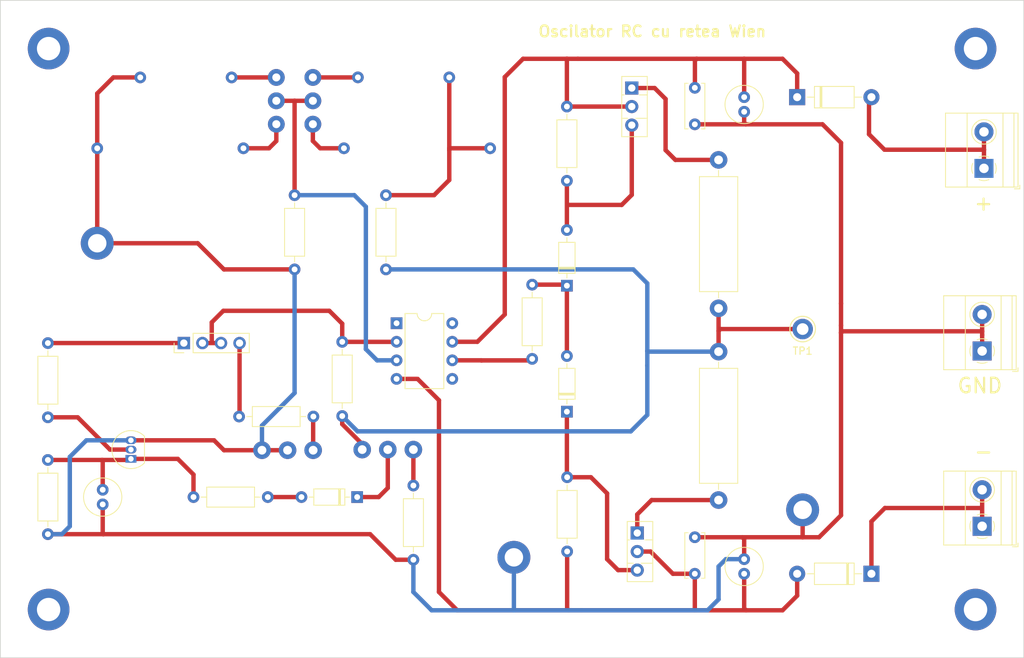
<source format=kicad_pcb>
(kicad_pcb (version 20221018) (generator pcbnew)
  (layers (0 "F.Cu" signal) (31 "B.Cu" signal) (34 "B.Paste" user) (35 "F.Paste" user) (36 "B.SilkS" user "B.Silkscreen") (37 "F.SilkS" user "F.Silkscreen") (38 "B.Mask" user) (39 "F.Mask" user) (44 "Edge.Cuts" user))
  (net 0 "")
  (net 1 "Net-(Q3-G)")
  (net 2 "GND")
  (net 3 "Net-(D3-K)")
  (net 4 "Net-(D2-A)")
  (net 5 "Net-(Cr1-Pad1)")
  (net 6 "Net-(SW1A-C)")
  (net 7 "-12VA")
  (net 8 "+12VA")
  (net 9 "Net-(SW1A-A)")
  (net 10 "Net-(SW1B-C)")
  (net 11 "Net-(SW1B-A)")
  (net 12 "Net-(D1-K)")
  (net 13 "Net-(D1-A)")
  (net 14 "Net-(D4-K)")
  (net 15 "Net-(P1-Pad3)")
  (net 16 "Net-(P2-Pad1)")
  (net 17 "OUT")
  (net 18 "Net-(D4-A)")
  (net 19 "Net-(D5-K)")
  (net 20 "Net-(J1-Pin_1)")
  (net 21 "Net-(R5-Pad1)")
  (net 22 "Net-(J1-Pin_2)")
  (net 23 "Net-(J1-Pin_4)")
  (net 24 "Net-(Q1-E)")
  (net 25 "Net-(Q2-E)")
  (net 26 "Net-(Q3-S)")
  (net 27 "Net-(SW1A-B)")
  (footprint "Resistor_THT:R_Axial_DIN0207_L6.3mm_D2.5mm_P10.16mm_Horizontal" (layer "F.Cu") (at 61.5 122.58 90)
    (fp_text reference "R10" hide)
    (fp_text value "910k" hide)
    (pad "1" thru_hole circle (at 0 0 90) (size 1.6 1.6) (drill 0.8) (layers "*.Cu" "*.Mask") (net 2 "GND"))
    (pad "2" thru_hole oval (at 10.16 0 90) (size 1.6 1.6) (drill 0.8) (layers "*.Cu" "*.Mask") (net 1 "Net-(Q3-G)"))
  )
  (footprint "Capacitor_THT:C_Axial_L12.0mm_D8.5mm_P20.00mm_Horizontal" (layer "F.Cu") (at 122 69.75 180)
    (fp_text reference "Cr1" hide)
    (fp_text value "10nF" hide)
    (pad "1" thru_hole circle (at 0 0 180) (size 1.6 1.6) (drill 0.8) (layers "*.Cu" "*.Mask") (net 5 "Net-(Cr1-Pad1)"))
    (pad "2" thru_hole oval (at 20 0 180) (size 1.6 1.6) (drill 0.8) (layers "*.Cu" "*.Mask") (net 6 "Net-(SW1A-C)"))
  )
  (footprint "User_Footprint:OS202013MT8QN1" (layer "F.Cu") (at 95.25 63.25 -90)
    (fp_text reference "SW1" hide)
    (fp_text value "SW_DPDT_x2" hide)
    (pad "1" thru_hole circle (at -3.2 -2.5 270) (size 2.3 2.3) (drill 1.1) (layers "*.Cu" "*.Mask") (net 9 "Net-(SW1A-A)"))
    (pad "2" thru_hole circle (at 0 -2.5 270) (size 2.3 2.3) (drill 1.1) (layers "*.Cu" "*.Mask") (net 27 "Net-(SW1A-B)"))
    (pad "3" thru_hole circle (at 3.2 -2.5 270) (size 2.3 2.3) (drill 1.1) (layers "*.Cu" "*.Mask") (net 6 "Net-(SW1A-C)"))
    (pad "4" thru_hole circle (at -3.2 2.5 270) (size 2.3 2.3) (drill 1.1) (layers "*.Cu" "*.Mask") (net 11 "Net-(SW1B-A)"))
    (pad "5" thru_hole circle (at 0 2.5 270) (size 2.3 2.3) (drill 1.1) (layers "*.Cu" "*.Mask") (net 27 "Net-(SW1A-B)"))
    (pad "6" thru_hole circle (at 3.2 2.5 270) (size 2.3 2.3) (drill 1.1) (layers "*.Cu" "*.Mask") (net 10 "Net-(SW1B-C)"))
  )
  (footprint "TerminalBlock_Phoenix:TerminalBlock_Phoenix_MKDS-1,5-2_1x02_P5.00mm_Horizontal" (layer "F.Cu") (at 189.305 97.5 90)
    (fp_text reference "J3" hide)
    (fp_text value "Screw_Terminal_01x02" hide)
    (pad "1" thru_hole rect (at 0 0 90) (size 2.6 2.6) (drill 1.3) (layers "*.Cu" "*.Mask") (net 2 "GND"))
    (pad "2" thru_hole circle (at 5 0 90) (size 2.6 2.6) (drill 1.3) (layers "*.Cu" "*.Mask") (net 2 "GND"))
  )
  (footprint "User_Footprint:TestPoint" (layer "F.Cu") (at 68.25 82.75)
    (fp_text reference "TP4" hide)
    (fp_text value "TestPoint" hide)
    (pad "1" thru_hole circle (at 0 0) (size 4.5 4.5) (drill 2.52) (layers "*.Cu" "*.Mask") (net 2 "GND"))
  )
  (footprint "Capacitor_THT:C_Axial_L5.1mm_D3.1mm_P12.50mm_Horizontal" (layer "F.Cu") (at 116.409282 60.042114 180)
    (fp_text reference "Cr2" hide)
    (fp_text value "1.2nF" hide)
    (pad "1" thru_hole circle (at 0 0 180) (size 1.6 1.6) (drill 0.8) (layers "*.Cu" "*.Mask") (net 5 "Net-(Cr1-Pad1)"))
    (pad "2" thru_hole oval (at 12.5 0 180) (size 1.6 1.6) (drill 0.8) (layers "*.Cu" "*.Mask") (net 9 "Net-(SW1A-A)"))
  )
  (footprint "Capacitor_THT:C_Radial_D5.0mm_H11.0mm_P2.00mm" (layer "F.Cu") (at 69 116.5 -90)
    (fp_text reference "C1" hide)
    (fp_text value "1uF" hide)
    (pad "1" thru_hole circle (at 0 0 270) (size 1.6 1.6) (drill 0.8) (layers "*.Cu" "*.Mask") (net 1 "Net-(Q3-G)"))
    (pad "2" thru_hole circle (at 2 0 270) (size 1.6 1.6) (drill 0.8) (layers "*.Cu" "*.Mask") (net 2 "GND"))
  )
  (footprint "Capacitor_THT:C_Radial_D5.0mm_H11.0mm_P2.00mm" (layer "F.Cu") (at 156.75 126 -90)
    (fp_text reference "C4" hide)
    (fp_text value "22uF" hide)
    (pad "1" thru_hole circle (at 0 0 270) (size 1.6 1.6) (drill 0.8) (layers "*.Cu" "*.Mask") (net 2 "GND"))
    (pad "2" thru_hole circle (at 2 0 270) (size 1.6 1.6) (drill 0.8) (layers "*.Cu" "*.Mask") (net 4 "Net-(D2-A)"))
  )
  (footprint "Resistor_THT:R_Axial_DIN0516_L15.5mm_D5.0mm_P20.32mm_Horizontal" (layer "F.Cu") (at 153.25 91.66 90)
    (fp_text reference "R8" hide)
    (fp_text value "22" hide)
    (pad "1" thru_hole circle (at 0 0 90) (size 2.4 2.4) (drill 1.2) (layers "*.Cu" "*.Mask") (net 17 "OUT"))
    (pad "2" thru_hole oval (at 20.32 0 90) (size 2.4 2.4) (drill 1.2) (layers "*.Cu" "*.Mask") (net 24 "Net-(Q1-E)"))
  )
  (footprint "MountingHole:MountingHole_3.2mm_M3_ISO7380_Pad_TopBottom" (layer "F.Cu") (at 188.4 56.1)
    (fp_text reference "H2" hide)
    (fp_text value "MountingHole" hide)
    (pad "1" thru_hole circle (at 0 0) (size 3.6 3.6) (drill 3.2) (layers "*.Cu" "*.Mask"))
    (pad "1" connect circle (at 0 0) (size 5.7 5.7) (layers "F.Cu" "F.Mask"))
    (pad "1" connect circle (at 0 0) (size 5.7 5.7) (layers "B.Cu" "B.Mask"))
  )
  (footprint "Diode_THT:D_DO-41_SOD81_P10.16mm_Horizontal" (layer "F.Cu") (at 164 62.75)
    (fp_text reference "D3" hide)
    (fp_text value "1N4001" hide)
    (pad "1" thru_hole rect (at 0 0) (size 2.2 2.2) (drill 1.1) (layers "*.Cu" "*.Mask") (net 3 "Net-(D3-K)"))
    (pad "2" thru_hole oval (at 10.16 0) (size 2.2 2.2) (drill 1.1) (layers "*.Cu" "*.Mask") (net 8 "+12VA"))
  )
  (footprint "Resistor_THT:R_Axial_DIN0516_L15.5mm_D5.0mm_P20.32mm_Horizontal" (layer "F.Cu") (at 153.25 117.91 90)
    (fp_text reference "R9" hide)
    (fp_text value "22" hide)
    (pad "1" thru_hole circle (at 0 0 90) (size 2.4 2.4) (drill 1.2) (layers "*.Cu" "*.Mask") (net 25 "Net-(Q2-E)"))
    (pad "2" thru_hole oval (at 20.32 0 90) (size 2.4 2.4) (drill 1.2) (layers "*.Cu" "*.Mask") (net 17 "OUT"))
  )
  (footprint "Package_TO_SOT_THT:TO-126-3_Vertical" (layer "F.Cu") (at 142.125 122.42 -90)
    (fp_text reference "Q2" hide)
    (fp_text value "BD136" hide)
    (pad "1" thru_hole rect (at 0 0 270) (size 1.8 1.8) (drill 1) (layers "*.Cu" "*.Mask") (net 25 "Net-(Q2-E)"))
    (pad "2" thru_hole oval (at 2.54 0 270) (size 1.8 1.8) (drill 1) (layers "*.Cu" "*.Mask") (net 4 "Net-(D2-A)"))
    (pad "3" thru_hole oval (at 5.08 0 270) (size 1.8 1.8) (drill 1) (layers "*.Cu" "*.Mask") (net 19 "Net-(D5-K)"))
  )
  (footprint "Resistor_THT:R_Axial_DIN0207_L6.3mm_D2.5mm_P10.16mm_Horizontal" (layer "F.Cu") (at 132.499604 74.200184 90)
    (fp_text reference "R7" hide)
    (fp_text value "15k" hide)
    (pad "1" thru_hole circle (at 0 0 90) (size 1.6 1.6) (drill 0.8) (layers "*.Cu" "*.Mask") (net 18 "Net-(D4-A)"))
    (pad "2" thru_hole oval (at 10.16 0 90) (size 1.6 1.6) (drill 0.8) (layers "*.Cu" "*.Mask") (net 3 "Net-(D3-K)"))
  )
  (footprint "Resistor_THT:R_Axial_DIN0207_L6.3mm_D2.5mm_P10.16mm_Horizontal" (layer "F.Cu") (at 87.657722 106.47474)
    (fp_text reference "R3" hide)
    (fp_text value "390" hide)
    (pad "1" thru_hole circle (at 0 0) (size 1.6 1.6) (drill 0.8) (layers "*.Cu" "*.Mask") (net 23 "Net-(J1-Pin_4)"))
    (pad "2" thru_hole oval (at 10.16 0) (size 1.6 1.6) (drill 0.8) (layers "*.Cu" "*.Mask") (net 15 "Net-(P1-Pad3)"))
  )
  (footprint "Diode_THT:D_DO-35_SOD27_P7.62mm_Horizontal" (layer "F.Cu") (at 132.5 105.81 90)
    (fp_text reference "D5" hide)
    (fp_text value "1N4148" hide)
    (pad "1" thru_hole rect (at 0 0 90) (size 1.6 1.6) (drill 0.8) (layers "*.Cu" "*.Mask") (net 19 "Net-(D5-K)"))
    (pad "2" thru_hole oval (at 7.62 0 90) (size 1.6 1.6) (drill 0.8) (layers "*.Cu" "*.Mask") (net 14 "Net-(D4-K)"))
  )
  (footprint "Capacitor_THT:C_Axial_L12.0mm_D8.5mm_P20.00mm_Horizontal" (layer "F.Cu") (at 88.25 69.75 180)
    (fp_text reference "Cr3" hide)
    (fp_text value "10nF" hide)
    (pad "1" thru_hole circle (at 0 0 180) (size 1.6 1.6) (drill 0.8) (layers "*.Cu" "*.Mask") (net 10 "Net-(SW1B-C)"))
    (pad "2" thru_hole oval (at 20 0 180) (size 1.6 1.6) (drill 0.8) (layers "*.Cu" "*.Mask") (net 2 "GND"))
  )
  (footprint "Capacitor_THT:C_Disc_D6.0mm_W2.5mm_P5.00mm" (layer "F.Cu") (at 150 61.470609 -90)
    (fp_text reference "C2" hide)
    (fp_text value "100nF" hide)
    (pad "1" thru_hole circle (at 0 0 270) (size 1.6 1.6) (drill 0.8) (layers "*.Cu" "*.Mask") (net 3 "Net-(D3-K)"))
    (pad "2" thru_hole circle (at 5 0 270) (size 1.6 1.6) (drill 0.8) (layers "*.Cu" "*.Mask") (net 2 "GND"))
  )
  (footprint "Resistor_THT:R_Axial_DIN0207_L6.3mm_D2.5mm_P10.16mm_Horizontal" (layer "F.Cu") (at 95.25 86.33 90)
    (fp_text reference "Rr3" hide)
    (fp_text value "5k" hide)
    (pad "1" thru_hole circle (at 0 0 90) (size 1.6 1.6) (drill 0.8) (layers "*.Cu" "*.Mask") (net 2 "GND"))
    (pad "2" thru_hole oval (at 10.16 0 90) (size 1.6 1.6) (drill 0.8) (layers "*.Cu" "*.Mask") (net 27 "Net-(SW1A-B)"))
  )
  (footprint "User_Footprint:Custom Potentiometer footprint" (layer "F.Cu") (at 108 111 180)
    (fp_text reference "P2" hide)
    (fp_text value "5k" hide)
    (pad "1" thru_hole circle (at -3.5 0 180) (size 2.4 2.4) (drill 1.2) (layers "*.Cu" "*.Mask") (net 16 "Net-(P2-Pad1)"))
    (pad "2" thru_hole circle (at 0 0 180) (size 2.4 2.4) (drill 1.2) (layers "*.Cu" "*.Mask") (net 12 "Net-(D1-K)"))
    (pad "3" thru_hole circle (at 3.5 0 180) (size 2.4 2.4) (drill 1.2) (layers "*.Cu" "*.Mask") (net 17 "OUT"))
  )
  (footprint "User_Footprint:Custom Potentiometer footprint" (layer "F.Cu") (at 94.288344 111.08572)
    (fp_text reference "P1" hide)
    (fp_text value "5k" hide)
    (pad "1" thru_hole circle (at -3.5 0) (size 2.4 2.4) (drill 1.2) (layers "*.Cu" "*.Mask") (net 2 "GND"))
    (pad "2" thru_hole circle (at 0 0) (size 2.4 2.4) (drill 1.2) (layers "*.Cu" "*.Mask") (net 2 "GND"))
    (pad "3" thru_hole circle (at 3.5 0) (size 2.4 2.4) (drill 1.2) (layers "*.Cu" "*.Mask") (net 15 "Net-(P1-Pad3)"))
  )
  (footprint "Capacitor_THT:C_Disc_D6.0mm_W2.5mm_P5.00mm" (layer "F.Cu") (at 150 128 90)
    (fp_text reference "C5" hide)
    (fp_text value "100nF" hide)
    (pad "1" thru_hole circle (at 0 0 90) (size 1.6 1.6) (drill 0.8) (layers "*.Cu" "*.Mask") (net 4 "Net-(D2-A)"))
    (pad "2" thru_hole circle (at 5 0 90) (size 1.6 1.6) (drill 0.8) (layers "*.Cu" "*.Mask") (net 2 "GND"))
  )
  (footprint "Diode_THT:D_DO-35_SOD27_P7.62mm_Horizontal" (layer "F.Cu") (at 132.5 88.56 90)
    (fp_text reference "D4" hide)
    (fp_text value "1N4148" hide)
    (pad "1" thru_hole rect (at 0 0 90) (size 1.6 1.6) (drill 0.8) (layers "*.Cu" "*.Mask") (net 14 "Net-(D4-K)"))
    (pad "2" thru_hole oval (at 7.62 0 90) (size 1.6 1.6) (drill 0.8) (layers "*.Cu" "*.Mask") (net 18 "Net-(D4-A)"))
  )
  (footprint "MountingHole:MountingHole_3.2mm_M3_ISO7380_Pad_TopBottom" (layer "F.Cu") (at 188.4 132.9)
    (fp_text reference "H4" hide)
    (fp_text value "MountingHole" hide)
    (pad "1" thru_hole circle (at 0 0) (size 3.6 3.6) (drill 3.2) (layers "*.Cu" "*.Mask"))
    (pad "1" connect circle (at 0 0) (size 5.7 5.7) (layers "F.Cu" "F.Mask"))
    (pad "1" connect circle (at 0 0) (size 5.7 5.7) (layers "B.Cu" "B.Mask"))
  )
  (footprint "Resistor_THT:R_Axial_DIN0207_L6.3mm_D2.5mm_P10.16mm_Horizontal" (layer "F.Cu") (at 101.765084 96.247824 -90)
    (fp_text reference "Rr1" hide)
    (fp_text value "5k" hide)
    (pad "1" thru_hole circle (at 0 0 270) (size 1.6 1.6) (drill 0.8) (layers "*.Cu" "*.Mask") (net 22 "Net-(J1-Pin_2)"))
    (pad "2" thru_hole oval (at 10.16 0 270) (size 1.6 1.6) (drill 0.8) (layers "*.Cu" "*.Mask") (net 17 "OUT"))
  )
  (footprint "MountingHole:MountingHole_3.2mm_M3_ISO7380_Pad_TopBottom" (layer "F.Cu") (at 61.6 132.9)
    (fp_text reference "H1" hide)
    (fp_text value "MountingHole" hide)
    (pad "1" thru_hole circle (at 0 0) (size 3.6 3.6) (drill 3.2) (layers "*.Cu" "*.Mask"))
    (pad "1" connect circle (at 0 0) (size 5.7 5.7) (layers "F.Cu" "F.Mask"))
    (pad "1" connect circle (at 0 0) (size 5.7 5.7) (layers "B.Cu" "B.Mask"))
  )
  (footprint "MountingHole:MountingHole_3.2mm_M3" (layer "F.Cu") (at 72.72 128.25)
    (fp_text reference "H5" hide)
    (fp_text value "MountingHole" hide)
    (pad "" np_thru_hole circle (at 0 0) (size 3.2 3.2) (drill 3.2) (layers "*.Cu" "*.Mask"))
  )
  (footprint "MountingHole:MountingHole_3.2mm_M3" (layer "F.Cu") (at 102.72 128.25)
    (fp_text reference "H6" hide)
    (fp_text value "MountingHole" hide)
    (pad "" np_thru_hole circle (at 0 0) (size 3.2 3.2) (drill 3.2) (layers "*.Cu" "*.Mask"))
  )
  (footprint "Package_TO_SOT_THT:TO-92_Inline" (layer "F.Cu") (at 72.86 112.27 90)
    (fp_text reference "Q3" hide)
    (fp_text value "BF245C" hide)
    (pad "1" thru_hole rect (at 0 0 90) (size 1.05 1.5) (drill 0.75) (layers "*.Cu" "*.Mask") (net 1 "Net-(Q3-G)"))
    (pad "2" thru_hole oval (at 1.27 0 90) (size 1.05 1.5) (drill 0.75) (layers "*.Cu" "*.Mask") (net 26 "Net-(Q3-S)"))
    (pad "3" thru_hole oval (at 2.54 0 90) (size 1.05 1.5) (drill 0.75) (layers "*.Cu" "*.Mask") (net 2 "GND"))
  )
  (footprint "TerminalBlock_Phoenix:TerminalBlock_Phoenix_MKDS-1,5-2_1x02_P5.00mm_Horizontal" (layer "F.Cu") (at 189.305 121.5 90)
    (fp_text reference "J4" hide)
    (fp_text value "Screw_Terminal_01x02" hide)
    (pad "1" thru_hole rect (at 0 0 90) (size 2.6 2.6) (drill 1.3) (layers "*.Cu" "*.Mask") (net 7 "-12VA"))
    (pad "2" thru_hole circle (at 5 0 90) (size 2.6 2.6) (drill 1.3) (layers "*.Cu" "*.Mask") (net 7 "-12VA"))
  )
  (footprint "User_Footprint:TestPoint" (layer "F.Cu") (at 125.25 125.75)
    (fp_text reference "TP3" hide)
    (fp_text value "TestPoint" hide)
    (pad "1" thru_hole circle (at 0 0) (size 4.5 4.5) (drill 2.52) (layers "*.Cu" "*.Mask") (net 2 "GND"))
  )
  (footprint "Resistor_THT:R_Axial_DIN0207_L6.3mm_D2.5mm_P10.16mm_Horizontal" (layer "F.Cu") (at 132.533442 124.94372 90)
    (fp_text reference "R6" hide)
    (fp_text value "15k" hide)
    (pad "1" thru_hole circle (at 0 0 90) (size 1.6 1.6) (drill 0.8) (layers "*.Cu" "*.Mask") (net 4 "Net-(D2-A)"))
    (pad "2" thru_hole oval (at 10.16 0 90) (size 1.6 1.6) (drill 0.8) (layers "*.Cu" "*.Mask") (net 19 "Net-(D5-K)"))
  )
  (footprint "Capacitor_THT:C_Axial_L5.1mm_D3.1mm_P12.50mm_Horizontal" (layer "F.Cu") (at 86.636084 60.050067 180)
    (fp_text reference "Cr4" hide)
    (fp_text value "1.2nF" hide)
    (pad "1" thru_hole circle (at 0 0 180) (size 1.6 1.6) (drill 0.8) (layers "*.Cu" "*.Mask") (net 11 "Net-(SW1B-A)"))
    (pad "2" thru_hole oval (at 12.5 0 180) (size 1.6 1.6) (drill 0.8) (layers "*.Cu" "*.Mask") (net 2 "GND"))
  )
  (footprint "Package_DIP:DIP-8_W7.62mm" (layer "F.Cu") (at 109.2 93.7)
    (fp_text reference "U1" hide)
    (fp_text value "LM741" hide)
    (pad "1" thru_hole rect (at 0 0) (size 1.6 1.6) (drill 0.8) (layers "*.Cu" "*.Mask"))
    (pad "2" thru_hole oval (at 0 2.54) (size 1.6 1.6) (drill 0.8) (layers "*.Cu" "*.Mask") (net 22 "Net-(J1-Pin_2)"))
    (pad "3" thru_hole oval (at 0 5.08) (size 1.6 1.6) (drill 0.8) (layers "*.Cu" "*.Mask") (net 27 "Net-(SW1A-B)"))
    (pad "4" thru_hole oval (at 0 7.62) (size 1.6 1.6) (drill 0.8) (layers "*.Cu" "*.Mask") (net 4 "Net-(D2-A)"))
    (pad "5" thru_hole oval (at 7.62 7.62) (size 1.6 1.6) (drill 0.8) (layers "*.Cu" "*.Mask"))
    (pad "6" thru_hole oval (at 7.62 5.08) (size 1.6 1.6) (drill 0.8) (layers "*.Cu" "*.Mask") (net 21 "Net-(R5-Pad1)"))
    (pad "7" thru_hole oval (at 7.62 2.54) (size 1.6 1.6) (drill 0.8) (layers "*.Cu" "*.Mask") (net 3 "Net-(D3-K)"))
    (pad "8" thru_hole oval (at 7.62 0) (size 1.6 1.6) (drill 0.8) (layers "*.Cu" "*.Mask"))
  )
  (footprint "Resistor_THT:R_Axial_DIN0207_L6.3mm_D2.5mm_P10.16mm_Horizontal" (layer "F.Cu") (at 127.75 98.58 90)
    (fp_text reference "R5" hide)
    (fp_text value "150" hide)
    (pad "1" thru_hole circle (at 0 0 90) (size 1.6 1.6) (drill 0.8) (layers "*.Cu" "*.Mask") (net 21 "Net-(R5-Pad1)"))
    (pad "2" thru_hole oval (at 10.16 0 90) (size 1.6 1.6) (drill 0.8) (layers "*.Cu" "*.Mask") (net 14 "Net-(D4-K)"))
  )
  (footprint "Connector_PinHeader_2.54mm:PinHeader_1x04_P2.54mm_Vertical" (layer "F.Cu") (at 80.100484 96.416898 90)
    (fp_text reference "J1" hide)
    (fp_text value "Conn_01x04_Male" hide)
    (pad "1" thru_hole rect (at 0 0 90) (size 1.7 1.7) (drill 1) (layers "*.Cu" "*.Mask") (net 20 "Net-(J1-Pin_1)"))
    (pad "2" thru_hole oval (at 0 2.54 90) (size 1.7 1.7) (drill 1) (layers "*.Cu" "*.Mask") (net 22 "Net-(J1-Pin_2)"))
    (pad "3" thru_hole oval (at 0 5.08 90) (size 1.7 1.7) (drill 1) (layers "*.Cu" "*.Mask") (net 22 "Net-(J1-Pin_2)"))
    (pad "4" thru_hole oval (at 0 7.62 90) (size 1.7 1.7) (drill 1) (layers "*.Cu" "*.Mask") (net 23 "Net-(J1-Pin_4)"))
  )
  (footprint "Resistor_THT:R_Axial_DIN0207_L6.3mm_D2.5mm_P10.16mm_Horizontal" (layer "F.Cu") (at 91.58 117.5 180)
    (fp_text reference "R2" hide)
    (fp_text value "1k5" hide)
    (pad "1" thru_hole circle (at 0 0 180) (size 1.6 1.6) (drill 0.8) (layers "*.Cu" "*.Mask") (net 13 "Net-(D1-A)"))
    (pad "2" thru_hole oval (at 10.16 0 180) (size 1.6 1.6) (drill 0.8) (layers "*.Cu" "*.Mask") (net 1 "Net-(Q3-G)"))
  )
  (footprint "Resistor_THT:R_Axial_DIN0207_L6.3mm_D2.5mm_P10.16mm_Horizontal" (layer "F.Cu") (at 107.75 86.33 90)
    (fp_text reference "Rr2" hide)
    (fp_text value "5k" hide)
    (pad "1" thru_hole circle (at 0 0 90) (size 1.6 1.6) (drill 0.8) (layers "*.Cu" "*.Mask") (net 17 "OUT"))
    (pad "2" thru_hole oval (at 10.16 0 90) (size 1.6 1.6) (drill 0.8) (layers "*.Cu" "*.Mask") (net 5 "Net-(Cr1-Pad1)"))
  )
  (footprint "User_Footprint:TestPoint" (layer "F.Cu") (at 164.75 119.25)
    (fp_text reference "TP2" hide)
    (fp_text value "TestPoint" hide)
    (pad "1" thru_hole circle (at 0 0) (size 4.5 4.5) (drill 2.52) (layers "*.Cu" "*.Mask") (net 2 "GND"))
  )
  (footprint "TerminalBlock_Phoenix:TerminalBlock_Phoenix_MKDS-1,5-2_1x02_P5.00mm_Horizontal" (layer "F.Cu") (at 189.555 72.5 90)
    (fp_text reference "J2" hide)
    (fp_text value "Screw_Terminal_01x02" hide)
    (pad "1" thru_hole rect (at 0 0 90) (size 2.6 2.6) (drill 1.3) (layers "*.Cu" "*.Mask") (net 8 "+12VA"))
    (pad "2" thru_hole circle (at 5 0 90) (size 2.6 2.6) (drill 1.3) (layers "*.Cu" "*.Mask") (net 8 "+12VA"))
  )
  (footprint "Capacitor_THT:C_Radial_D5.0mm_H11.0mm_P2.00mm" (layer "F.Cu") (at 156.75 64.75 90)
    (fp_text reference "C3" hide)
    (fp_text value "22uF" hide)
    (pad "1" thru_hole circle (at 0 0 90) (size 1.6 1.6) (drill 0.8) (layers "*.Cu" "*.Mask") (net 2 "GND"))
    (pad "2" thru_hole circle (at 2 0 90) (size 1.6 1.6) (drill 0.8) (layers "*.Cu" "*.Mask") (net 3 "Net-(D3-K)"))
  )
  (footprint "Diode_THT:D_DO-35_SOD27_P7.62mm_Horizontal" (layer "F.Cu") (at 103.81 117.5 180)
    (fp_text reference "D1" hide)
    (fp_text value "1N4148" hide)
    (pad "1" thru_hole rect (at 0 0 180) (size 1.6 1.6) (drill 0.8) (layers "*.Cu" "*.Mask") (net 12 "Net-(D1-K)"))
    (pad "2" thru_hole oval (at 7.62 0 180) (size 1.6 1.6) (drill 0.8) (layers "*.Cu" "*.Mask") (net 13 "Net-(D1-A)"))
  )
  (footprint "Diode_THT:D_DO-41_SOD81_P10.16mm_Horizontal" (layer "F.Cu") (at 174.16 128 180)
    (fp_text reference "D2" hide)
    (fp_text value "1N4001" hide)
    (pad "1" thru_hole rect (at 0 0 180) (size 2.2 2.2) (drill 1.1) (layers "*.Cu" "*.Mask") (net 7 "-12VA"))
    (pad "2" thru_hole oval (at 10.16 0 180) (size 2.2 2.2) (drill 1.1) (layers "*.Cu" "*.Mask") (net 4 "Net-(D2-A)"))
  )
  (footprint "Resistor_THT:R_Axial_DIN0207_L6.3mm_D2.5mm_P10.16mm_Horizontal" (layer "F.Cu") (at 61.5 106.58 90)
    (fp_text reference "R1" hide)
    (fp_text value "390" hide)
    (pad "1" thru_hole circle (at 0 0 90) (size 1.6 1.6) (drill 0.8) (layers "*.Cu" "*.Mask") (net 26 "Net-(Q3-S)"))
    (pad "2" thru_hole oval (at 10.16 0 90) (size 1.6 1.6) (drill 0.8) (layers "*.Cu" "*.Mask") (net 20 "Net-(J1-Pin_1)"))
  )
  (footprint "User_Footprint:Kesytone TP Multipurpose 5013" (layer "F.Cu") (at 164.75 94.5)
    (fp_text reference "TP1" (at 0 3 unlocked) (layer "F.SilkS"))
    (fp_text value "TestPoint")
    (pad "1" thru_hole circle (at 0 0) (size 2.8 2.8) (drill 1.6) (layers "*.Cu" "*.Mask") (net 17 "OUT"))
  )
  (footprint "Package_TO_SOT_THT:TO-126-3_Vertical" (layer "F.Cu") (at 141.375 61.5 -90)
    (fp_text reference "Q1" hide)
    (fp_text value "BD135" hide)
    (pad "1" thru_hole rect (at 0 0 270) (size 1.8 1.8) (drill 1) (layers "*.Cu" "*.Mask") (net 24 "Net-(Q1-E)"))
    (pad "2" thru_hole oval (at 2.54 0 270) (size 1.8 1.8) (drill 1) (layers "*.Cu" "*.Mask") (net 3 "Net-(D3-K)"))
    (pad "3" thru_hole oval (at 5.08 0 270) (size 1.8 1.8) (drill 1) (layers "*.Cu" "*.Mask") (net 18 "Net-(D4-A)"))
  )
  (footprint "MountingHole:MountingHole_3.2mm_M3_ISO7380_Pad_TopBottom" (layer "F.Cu") (at 61.6 56.1)
    (fp_text reference "H3" hide)
    (fp_text value "MountingHole" hide)
    (pad "1" thru_hole circle (at 0 0) (size 3.6 3.6) (drill 3.2) (layers "*.Cu" "*.Mask"))
    (pad "1" connect circle (at 0 0) (size 5.7 5.7) (layers "F.Cu" "F.Mask"))
    (pad "1" connect circle (at 0 0) (size 5.7 5.7) (layers "B.Cu" "B.Mask"))
  )
  (footprint "Resistor_THT:R_Axial_DIN0207_L6.3mm_D2.5mm_P10.16mm_Horizontal" (layer "F.Cu") (at 111.5 126.08 90)
    (fp_text reference "R4" hide)
    (fp_text value "1k2" hide)
    (pad "1" thru_hole circle (at 0 0 90) (size 1.6 1.6) (drill 0.8) (layers "*.Cu" "*.Mask") (net 2 "GND"))
    (pad "2" thru_hole oval (at 10.16 0 90) (size 1.6 1.6) (drill 0.8) (layers "*.Cu" "*.Mask") (net 16 "Net-(P2-Pad1)"))
  )
  (gr_rect (start 55 49.5) (end 195 139.5) (stroke (width 0.1)) (fill none) (layer "Edge.Cuts"))
  (gr_text "Oscilator RC cu retea Wien " (at 144.75 53.75) (layer "F.SilkS") (effects (font (size 1.5 1.5) (thickness 0.3))))
  (gr_text "GND" (at 189 102.25) (layer "F.SilkS") (effects (font (size 2 2) (thickness 0.3))))
  (gr_text "-" (at 189.5 111.25) (layer "F.SilkS") (effects (font (size 2 2) (thickness 0.3))))
  (gr_text "+\n" (at 189.5 77.25) (layer "F.SilkS") (effects (font (size 2 2) (thickness 0.3))))
  (segment (start 69 112.5) (end 68.92 112.42) (width 0.6) (layer "F.Cu") (net 1))
  (segment (start 69 116) (end 69 112.5) (width 0.6) (layer "F.Cu") (net 1))
  (segment (start 68.92 112.42) (end 72.71 112.42) (width 0.6) (layer "F.Cu") (net 1))
  (segment (start 79.27 112.27) (end 72.86 112.27) (width 0.6) (layer "F.Cu") (net 1))
  (segment (start 61.5 112.42) (end 68.92 112.42) (width 0.6) (layer "F.Cu") (net 1))
  (segment (start 72.71 112.42) (end 72.86 112.27) (width 0.6) (layer "F.Cu") (net 1))
  (segment (start 81.42 117.5) (end 81.42 114.42) (width 0.6) (layer "F.Cu") (net 1))
  (segment (start 81.42 114.42) (end 79.27 112.27) (width 0.6) (layer "F.Cu") (net 1))
  (segment (start 189.305 92.5) (end 189.305 94.805) (width 0.6) (layer "F.Cu") (net 2))
  (segment (start 150.014184 66.470609) (end 156.970609 66.470609) (width 0.6) (layer "F.Cu") (net 2))
  (segment (start 156.75 123.25) (end 156.5 123) (width 0.6) (layer "F.Cu") (net 2))
  (segment (start 85.58572 111.08572) (end 90.788344 111.08572) (width 0.6) (layer "F.Cu") (net 2))
  (segment (start 68.25 82.75) (end 68.25 69.75) (width 0.6) (layer "F.Cu") (net 2))
  (segment (start 69 118.5) (end 69 122.5) (width 0.6) (layer "F.Cu") (net 2))
  (segment (start 150 123) (end 156.5 123) (width 0.6) (layer "F.Cu") (net 2))
  (segment (start 69.08 122.58) (end 105.58 122.58) (width 0.6) (layer "F.Cu") (net 2))
  (segment (start 156.5 123) (end 164.75 123) (width 0.6) (layer "F.Cu") (net 2))
  (segment (start 156.75 66.25) (end 156.970609 66.470609) (width 0.6) (layer "F.Cu") (net 2))
  (segment (start 69 122.5) (end 69.08 122.58) (width 0.6) (layer "F.Cu") (net 2))
  (segment (start 170 120) (end 170 95) (width 0.6) (layer "F.Cu") (net 2))
  (segment (start 68.25 82.75) (end 82 82.75) (width 0.6) (layer "F.Cu") (net 2))
  (segment (start 164.75 123) (end 167 123) (width 0.6) (layer "F.Cu") (net 2))
  (segment (start 189.305 95.305) (end 189.305 97.5) (width 0.6) (layer "F.Cu") (net 2))
  (segment (start 189.305 94.805) (end 170.195 94.805) (width 0.6) (layer "F.Cu") (net 2))
  (segment (start 94.288344 111.08572) (end 90.788344 111.08572) (width 0.6) (layer "F.Cu") (net 2))
  (segment (start 156.75 126) (end 156.75 123.25) (width 0.6) (layer "F.Cu") (net 2))
  (segment (start 105.58 122.58) (end 109.08 126.08) (width 0.6) (layer "F.Cu") (net 2))
  (segment (start 68.25 69.75) (end 68.25 62.25) (width 0.6) (layer "F.Cu") (net 2))
  (segment (start 189.305 94.805) (end 189.305 95.305) (width 0.6) (layer "F.Cu") (net 2))
  (segment (start 70.449933 60.050067) (end 74.136084 60.050067) (width 0.6) (layer "F.Cu") (net 2))
  (segment (start 167.470609 66.470609) (end 156.970609 66.470609) (width 0.6) (layer "F.Cu") (net 2))
  (segment (start 109.08 126.08) (end 111.5 126.08) (width 0.6) (layer "F.Cu") (net 2))
  (segment (start 170 94) (end 170 91) (width 0.6) (layer "F.Cu") (net 2))
  (segment (start 82 82.75) (end 85.58 86.33) (width 0.6) (layer "F.Cu") (net 2))
  (segment (start 156.75 64.75) (end 156.75 66.25) (width 0.6) (layer "F.Cu") (net 2))
  (segment (start 170 95) (end 170 94) (width 0.6) (layer "F.Cu") (net 2))
  (segment (start 84.23 109.73) (end 85.58572 111.08572) (width 0.6) (layer "F.Cu") (net 2))
  (segment (start 164.75 119.25) (end 164.75 123) (width 0.6) (layer "F.Cu") (net 2))
  (segment (start 72.86 109.73) (end 84.23 109.73) (width 0.6) (layer "F.Cu") (net 2))
  (segment (start 170 69) (end 167.470609 66.470609) (width 0.6) (layer "F.Cu") (net 2))
  (segment (start 167 123) (end 170 120) (width 0.6) (layer "F.Cu") (net 2))
  (segment (start 85.58 86.33) (end 95.25 86.33) (width 0.6) (layer "F.Cu") (net 2))
  (segment (start 170.195 94.805) (end 170 95) (width 0.6) (layer "F.Cu") (net 2))
  (segment (start 68.25 62.25) (end 70.449933 60.050067) (width 0.6) (layer "F.Cu") (net 2))
  (segment (start 170 91) (end 170 69) (width 0.6) (layer "F.Cu") (net 2))
  (segment (start 61.5 122.58) (end 69.08 122.58) (width 0.6) (layer "F.Cu") (net 2))
  (segment (start 125.25 133) (end 114 133) (width 0.6) (layer "B.Cu") (net 2))
  (segment (start 156.75 126) (end 154.25 126) (width 0.6) (layer "B.Cu") (net 2))
  (segment (start 90.788344 107.711656) (end 90.788344 111.08572) (width 0.6) (layer "B.Cu") (net 2))
  (segment (start 63.42 122.58) (end 61.5 122.58) (width 0.6) (layer "B.Cu") (net 2))
  (segment (start 151.75 133) (end 125.25 133) (width 0.6) (layer "B.Cu") (net 2))
  (segment (start 95.25 103.25) (end 90.788344 107.711656) (width 0.6) (layer "B.Cu") (net 2))
  (segment (start 66.77 109.73) (end 64.5 112) (width 0.6) (layer "B.Cu") (net 2))
  (segment (start 125.25 125.75) (end 125.25 133) (width 0.6) (layer "B.Cu") (net 2))
  (segment (start 114 133) (end 111.5 130.5) (width 0.6) (layer "B.Cu") (net 2))
  (segment (start 154.25 126) (end 153.25 127) (width 0.6) (layer "B.Cu") (net 2))
  (segment (start 64.5 112) (end 64.5 121.5) (width 0.6) (layer "B.Cu") (net 2))
  (segment (start 72.86 109.73) (end 66.77 109.73) (width 0.6) (layer "B.Cu") (net 2))
  (segment (start 111.5 130.5) (end 111.5 126.08) (width 0.6) (layer "B.Cu") (net 2))
  (segment (start 153.25 131.5) (end 151.75 133) (width 0.6) (layer "B.Cu") (net 2))
  (segment (start 153.25 127) (end 153.25 131.5) (width 0.6) (layer "B.Cu") (net 2))
  (segment (start 95.25 86.33) (end 95.25 103.25) (width 0.6) (layer "B.Cu") (net 2))
  (segment (start 64.5 121.5) (end 63.42 122.58) (width 0.6) (layer "B.Cu") (net 2))
  (segment (start 132.499604 57.500396) (end 132.5 57.5) (width 0.6) (layer "F.Cu") (net 3))
  (segment (start 124 60) (end 126.5 57.5) (width 0.6) (layer "F.Cu") (net 3))
  (segment (start 150.25 57.5) (end 156.75 57.5) (width 0.6) (layer "F.Cu") (net 3))
  (segment (start 126.5 57.5) (end 132.5 57.5) (width 0.6) (layer "F.Cu") (net 3))
  (segment (start 132.499604 64.040184) (end 141.374816 64.040184) (width 0.6) (layer "F.Cu") (net 3))
  (segment (start 116.82 96.24) (end 120.26 96.24) (width 0.6) (layer "F.Cu") (net 3))
  (segment (start 150.014184 57.735816) (end 150.014184 61.470609) (width 0.6) (layer "F.Cu") (net 3))
  (segment (start 120.26 96.24) (end 124 92.5) (width 0.6) (layer "F.Cu") (net 3))
  (segment (start 164 62.75) (end 164 59.5) (width 0.6) (layer "F.Cu") (net 3))
  (segment (start 162 57.5) (end 156.75 57.5) (width 0.6) (layer "F.Cu") (net 3))
  (segment (start 124 92.5) (end 124 60) (width 0.6) (layer "F.Cu") (net 3))
  (segment (start 141.374816 64.040184) (end 141.375 64.04) (width 0.6) (layer "F.Cu") (net 3))
  (segment (start 134 57.5) (end 150.25 57.5) (width 0.6) (layer "F.Cu") (net 3))
  (segment (start 150.25 57.5) (end 150.014184 57.735816) (width 0.6) (layer "F.Cu") (net 3))
  (segment (start 132.499604 64.040184) (end 132.499604 57.500396) (width 0.6) (layer "F.Cu") (net 3))
  (segment (start 156.75 62.75) (end 156.75 57.5) (width 0.6) (layer "F.Cu") (net 3))
  (segment (start 163.67 62.42) (end 164 62.75) (width 0.6) (layer "F.Cu") (net 3))
  (segment (start 164 59.5) (end 162 57.5) (width 0.6) (layer "F.Cu") (net 3))
  (segment (start 132.5 57.5) (end 134 57.5) (width 0.6) (layer "F.Cu") (net 3))
  (segment (start 134.5 133) (end 132.75 133) (width 0.6) (layer "F.Cu") (net 4))
  (segment (start 150 128) (end 150 133) (width 0.6) (layer "F.Cu") (net 4))
  (segment (start 142.10872 124.94372) (end 142.125 124.96) (width 0.6) (layer "F.Cu") (net 4))
  (segment (start 150 133) (end 157 133) (width 0.6) (layer "F.Cu") (net 4))
  (segment (start 164 131) (end 164 128) (width 0.6) (layer "F.Cu") (net 4))
  (segment (start 115 104.25) (end 115 130.5) (width 0.6) (layer "F.Cu") (net 4))
  (segment (start 112.07 101.32) (end 115 104.25) (width 0.6) (layer "F.Cu") (net 4))
  (segment (start 142.125 124.96) (end 143.96 124.96) (width 0.6) (layer "F.Cu") (net 4))
  (segment (start 132.533442 124.94372) (end 132.533442 132.783442) (width 0.6) (layer "F.Cu") (net 4))
  (segment (start 156.75 132.75) (end 157 133) (width 0.6) (layer "F.Cu") (net 4))
  (segment (start 157 133) (end 162 133) (width 0.6) (layer "F.Cu") (net 4))
  (segment (start 134.5 133) (end 150 133) (width 0.6) (layer "F.Cu") (net 4))
  (segment (start 115 130.5) (end 117.5 133) (width 0.6) (layer "F.Cu") (net 4))
  (segment (start 109.2 101.32) (end 112.07 101.32) (width 0.6) (layer "F.Cu") (net 4))
  (segment (start 147 128) (end 150 128) (width 0.6) (layer "F.Cu") (net 4))
  (segment (start 132.533442 132.783442) (end 132.75 133) (width 0.6) (layer "F.Cu") (net 4))
  (segment (start 117.5 133) (end 132.75 133) (width 0.6) (layer "F.Cu") (net 4))
  (segment (start 156.75 128) (end 156.75 132.75) (width 0.6) (layer "F.Cu") (net 4))
  (segment (start 143.96 124.96) (end 147 128) (width 0.6) (layer "F.Cu") (net 4))
  (segment (start 162 133) (end 164 131) (width 0.6) (layer "F.Cu") (net 4))
  (segment (start 116.409282 74.090718) (end 114.33 76.17) (width 0.6) (layer "F.Cu") (net 5))
  (segment (start 116.409282 70) (end 116.409282 74.090718) (width 0.6) (layer "F.Cu") (net 5))
  (segment (start 122 69.75) (end 116.409282 69.75) (width 0.6) (layer "F.Cu") (net 5))
  (segment (start 114.33 76.17) (end 107.75 76.17) (width 0.6) (layer "F.Cu") (net 5))
  (segment (start 116.409282 60.042114) (end 116.409282 70) (width 0.6) (layer "F.Cu") (net 5))
  (segment (start 97.75 68.75) (end 98.75 69.75) (width 0.6) (layer "F.Cu") (net 6))
  (segment (start 98.75 69.75) (end 102 69.75) (width 0.6) (layer "F.Cu") (net 6))
  (segment (start 97.75 66.45) (end 97.75 68.75) (width 0.6) (layer "F.Cu") (net 6))
  (segment (start 176 119) (end 189 119) (width 0.6) (layer "F.Cu") (net 7))
  (segment (start 174.16 120.84) (end 176 119) (width 0.6) (layer "F.Cu") (net 7))
  (segment (start 189.305 116.5) (end 189.305 121.5) (width 0.6) (layer "F.Cu") (net 7))
  (segment (start 174.16 128) (end 174.16 120.84) (width 0.6) (layer "F.Cu") (net 7))
  (segment (start 189.555 67.5) (end 189.555 69.945) (width 0.6) (layer "F.Cu") (net 8))
  (segment (start 173.83 67.83) (end 175.945 69.945) (width 0.6) (layer "F.Cu") (net 8))
  (segment (start 173.83 62.75) (end 173.83 67.83) (width 0.6) (layer "F.Cu") (net 8))
  (segment (start 175.945 69.945) (end 189.555 69.945) (width 0.6) (layer "F.Cu") (net 8))
  (segment (start 189.555 69.945) (end 189.555 72.5) (width 0.6) (layer "F.Cu") (net 8))
  (segment (start 97.75 60.05) (end 103.901396 60.05) (width 0.6) (layer "F.Cu") (net 9))
  (segment (start 103.901396 60.05) (end 103.909282 60.042114) (width 0.6) (layer "F.Cu") (net 9))
  (segment (start 92.741791 66.458209) (end 92.75 66.45) (width 0.6) (layer "F.Cu") (net 10))
  (segment (start 91.75 69.75) (end 88.25 69.75) (width 0.6) (layer "F.Cu") (net 10))
  (segment (start 92.75 68.75) (end 91.75 69.75) (width 0.6) (layer "F.Cu") (net 10))
  (segment (start 92.75 66.45) (end 92.75 68.75) (width 0.6) (layer "F.Cu") (net 10))
  (segment (start 86.636084 60.050067) (end 92.749933 60.050067) (width 0.6) (layer "F.Cu") (net 11))
  (segment (start 92.749933 60.050067) (end 92.75 60.05) (width 0.6) (layer "F.Cu") (net 11))
  (segment (start 108 116.25) (end 108 111) (width 0.6) (layer "F.Cu") (net 12))
  (segment (start 106.75 117.5) (end 108 116.25) (width 0.6) (layer "F.Cu") (net 12))
  (segment (start 103.81 117.5) (end 106.75 117.5) (width 0.6) (layer "F.Cu") (net 12))
  (segment (start 91.58 117.5) (end 96.19 117.5) (width 0.6) (layer "F.Cu") (net 13))
  (segment (start 132.5 88.56) (end 132.5 98.19) (width 0.6) (layer "F.Cu") (net 14))
  (segment (start 132.36 88.42) (end 132.5 88.56) (width 0.6) (layer "F.Cu") (net 14))
  (segment (start 127.75 88.42) (end 132.36 88.42) (width 0.6) (layer "F.Cu") (net 14))
  (segment (start 97.788344 111.08572) (end 97.788344 106.504118) (width 0.6) (layer "F.Cu") (net 15))
  (segment (start 97.788344 106.504118) (end 97.817722 106.47474) (width 0.6) (layer "F.Cu") (net 15))
  (segment (start 111.5 115.92) (end 111.5 111) (width 0.6) (layer "F.Cu") (net 16))
  (segment (start 164.75 94.5) (end 153.5 94.5) (width 0.6) (layer "F.Cu") (net 17))
  (segment (start 101.765084 107.515084) (end 104.5 110.25) (width 0.6) (layer "F.Cu") (net 17))
  (segment (start 101.765084 106.407824) (end 101.765084 107.515084) (width 0.6) (layer "F.Cu") (net 17))
  (segment (start 153.25 94.75) (end 153.25 91.66) (width 0.6) (layer "F.Cu") (net 17))
  (segment (start 153.34 91.75) (end 153.25 91.66) (width 0.6) (layer "F.Cu") (net 17))
  (segment (start 104.5 110.25) (end 104.5 111) (width 0.6) (layer "F.Cu") (net 17))
  (segment (start 153.5 94.5) (end 153.25 94.75) (width 0.6) (layer "F.Cu") (net 17))
  (segment (start 153.25 97.59) (end 153.25 94.75) (width 0.6) (layer "F.Cu") (net 17))
  (segment (start 143.5 88.25) (end 143.5 97.5) (width 0.6) (layer "B.Cu") (net 17))
  (segment (start 153.25 97.59) (end 143.59 97.59) (width 0.6) (layer "B.Cu") (net 17))
  (segment (start 141.58 86.33) (end 143.5 88.25) (width 0.6) (layer "B.Cu") (net 17))
  (segment (start 143.5 97.5) (end 143.5 99.5) (width 0.6) (layer "B.Cu") (net 17))
  (segment (start 101.765084 106.407824) (end 103.85726 108.5) (width 0.6) (layer "B.Cu") (net 17))
  (segment (start 103.85726 108.5) (end 141.25 108.5) (width 0.6) (layer "B.Cu") (net 17))
  (segment (start 141.25 108.5) (end 143.5 106.25) (width 0.6) (layer "B.Cu") (net 17))
  (segment (start 107.75 86.33) (end 141.58 86.33) (width 0.6) (layer "B.Cu") (net 17))
  (segment (start 143.5 106.25) (end 143.5 99.5) (width 0.6) (layer "B.Cu") (net 17))
  (segment (start 143.59 97.59) (end 143.5 97.5) (width 0.6) (layer "B.Cu") (net 17))
  (segment (start 141.375 66.58) (end 141.375 76.125) (width 0.6) (layer "F.Cu") (net 18))
  (segment (start 140 77.5) (end 132.75 77.5) (width 0.6) (layer "F.Cu") (net 18))
  (segment (start 141.375 76.125) (end 140 77.5) (width 0.6) (layer "F.Cu") (net 18))
  (segment (start 132.5 80.94) (end 132.5 74.20058) (width 0.6) (layer "F.Cu") (net 18))
  (segment (start 132.5 74.20058) (end 132.499604 74.200184) (width 0.6) (layer "F.Cu") (net 18))
  (segment (start 139.5 127.5) (end 138 126) (width 0.6) (layer "F.Cu") (net 19))
  (segment (start 142.125 127.5) (end 139.5 127.5) (width 0.6) (layer "F.Cu") (net 19))
  (segment (start 132.5 114.750278) (end 132.533442 114.78372) (width 0.6) (layer "F.Cu") (net 19))
  (segment (start 132.5 105.81) (end 132.5 114.750278) (width 0.6) (layer "F.Cu") (net 19))
  (segment (start 138 117) (end 135.78372 114.78372) (width 0.6) (layer "F.Cu") (net 19))
  (segment (start 135.78372 114.78372) (end 132.533442 114.78372) (width 0.6) (layer "F.Cu") (net 19))
  (segment (start 138 126) (end 138 117) (width 0.6) (layer "F.Cu") (net 19))
  (segment (start 80.100484 96.416898) (end 61.503102 96.416898) (width 0.6) (layer "F.Cu") (net 20))
  (segment (start 61.503102 96.416898) (end 61.5 96.42) (width 0.6) (layer "F.Cu") (net 20))
  (segment (start 127.541241 98.788759) (end 127.75 98.58) (width 0.6) (layer "F.Cu") (net 21))
  (segment (start 120.816568 98.788759) (end 127.541241 98.788759) (width 0.6) (layer "F.Cu") (net 21))
  (segment (start 120.807809 98.78) (end 120.816568 98.788759) (width 0.6) (layer "F.Cu") (net 21))
  (segment (start 116.82 98.78) (end 120.807809 98.78) (width 0.6) (layer "F.Cu") (net 21))
  (segment (start 109.192176 96.247824) (end 109.2 96.24) (width 0.6) (layer "F.Cu") (net 22))
  (segment (start 100 92) (end 85.5 92) (width 0.6) (layer "F.Cu") (net 22))
  (segment (start 83.916898 93.583102) (end 83.916898 96.416898) (width 0.6) (layer "F.Cu") (net 22))
  (segment (start 83.916898 96.416898) (end 82.640484 96.416898) (width 0.6) (layer "F.Cu") (net 22))
  (segment (start 101.765084 96.247824) (end 101.765084 93.765084) (width 0.6) (layer "F.Cu") (net 22))
  (segment (start 85.180484 96.416898) (end 83.916898 96.416898) (width 0.6) (layer "F.Cu") (net 22))
  (segment (start 85.5 92) (end 83.916898 93.583102) (width 0.6) (layer "F.Cu") (net 22))
  (segment (start 101.765084 96.247824) (end 109.192176 96.247824) (width 0.6) (layer "F.Cu") (net 22))
  (segment (start 101.765084 93.765084) (end 100 92) (width 0.6) (layer "F.Cu") (net 22))
  (segment (start 87.720484 106.411978) (end 87.657722 106.47474) (width 0.6) (layer "F.Cu") (net 23))
  (segment (start 87.720484 96.416898) (end 87.720484 106.411978) (width 0.6) (layer "F.Cu") (net 23))
  (segment (start 146 70) (end 146 63) (width 0.6) (layer "F.Cu") (net 24))
  (segment (start 147.34 71.34) (end 146 70) (width 0.6) (layer "F.Cu") (net 24))
  (segment (start 153.25 71.34) (end 147.34 71.34) (width 0.6) (layer "F.Cu") (net 24))
  (segment (start 146 63) (end 144.5 61.5) (width 0.6) (layer "F.Cu") (net 24))
  (segment (start 144.5 61.5) (end 141.375 61.5) (width 0.6) (layer "F.Cu") (net 24))
  (segment (start 144.09 117.91) (end 142.125 119.875) (width 0.6) (layer "F.Cu") (net 25))
  (segment (start 142.125 119.875) (end 142.125 122.42) (width 0.6) (layer "F.Cu") (net 25))
  (segment (start 153.25 117.91) (end 144.09 117.91) (width 0.6) (layer "F.Cu") (net 25))
  (segment (start 65.58 106.58) (end 61.5 106.58) (width 0.6) (layer "F.Cu") (net 26))
  (segment (start 70 111) (end 65.58 106.58) (width 0.6) (layer "F.Cu") (net 26))
  (segment (start 72.86 111) (end 70 111) (width 0.6) (layer "F.Cu") (net 26))
  (segment (start 92.75 63.25) (end 95.25 63.25) (width 0.6) (layer "F.Cu") (net 27))
  (segment (start 95.25 75.67) (end 95.25 63.25) (width 0.6) (layer "F.Cu") (net 27))
  (segment (start 95.25 63.25) (end 97.75 63.25) (width 0.6) (layer "F.Cu") (net 27))
  (segment (start 106.53 98.78) (end 105 97.25) (width 0.6) (layer "B.Cu") (net 27))
  (segment (start 109.2 98.78) (end 106.53 98.78) (width 0.6) (layer "B.Cu") (net 27))
  (segment (start 105 97.25) (end 105 77.75) (width 0.6) (layer "B.Cu") (net 27))
  (segment (start 103.42 76.17) (end 95.25 76.17) (width 0.6) (layer "B.Cu") (net 27))
  (segment (start 105 77.75) (end 103.42 76.17) (width 0.6) (layer "B.Cu") (net 27))
)
</source>
